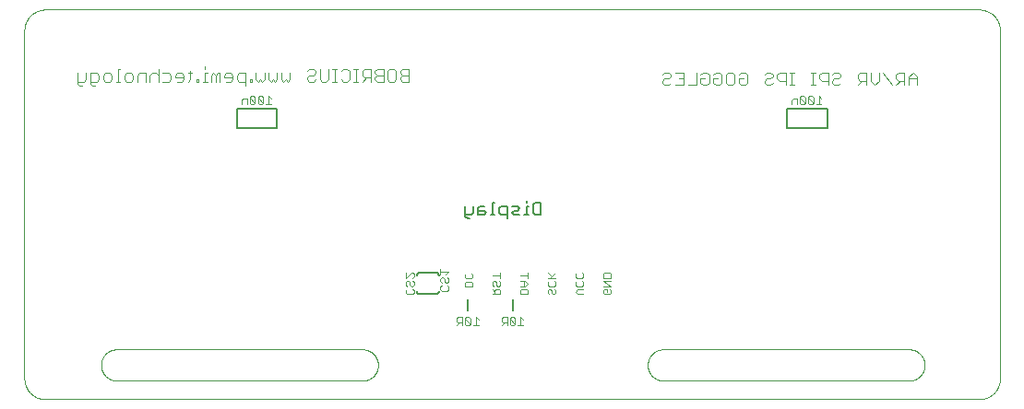
<source format=gbo>
G75*
%MOIN*%
%OFA0B0*%
%FSLAX25Y25*%
%IPPOS*%
%LPD*%
%AMOC8*
5,1,8,0,0,1.08239X$1,22.5*
%
%ADD10C,0.00400*%
%ADD11C,0.00300*%
%ADD12C,0.00800*%
%ADD13C,0.00000*%
%ADD14C,0.00591*%
D10*
X0037784Y0122215D02*
X0038551Y0122215D01*
X0037784Y0122215D02*
X0037016Y0122983D01*
X0037016Y0126819D01*
X0040086Y0126819D02*
X0040086Y0124517D01*
X0039318Y0123750D01*
X0037016Y0123750D01*
X0041620Y0123750D02*
X0043922Y0123750D01*
X0044690Y0124517D01*
X0044690Y0126052D01*
X0043922Y0126819D01*
X0041620Y0126819D01*
X0041620Y0122983D01*
X0042388Y0122215D01*
X0043155Y0122215D01*
X0046224Y0124517D02*
X0046992Y0123750D01*
X0048526Y0123750D01*
X0049294Y0124517D01*
X0049294Y0126052D01*
X0048526Y0126819D01*
X0046992Y0126819D01*
X0046224Y0126052D01*
X0046224Y0124517D01*
X0050828Y0123750D02*
X0052363Y0123750D01*
X0051596Y0123750D02*
X0051596Y0128354D01*
X0052363Y0128354D01*
X0054665Y0126819D02*
X0056199Y0126819D01*
X0056967Y0126052D01*
X0056967Y0124517D01*
X0056199Y0123750D01*
X0054665Y0123750D01*
X0053898Y0124517D01*
X0053898Y0126052D01*
X0054665Y0126819D01*
X0058501Y0126052D02*
X0058501Y0123750D01*
X0061571Y0123750D02*
X0061571Y0126819D01*
X0059269Y0126819D01*
X0058501Y0126052D01*
X0063105Y0126052D02*
X0063105Y0123750D01*
X0066175Y0123750D02*
X0066175Y0128354D01*
X0065407Y0126819D02*
X0063873Y0126819D01*
X0063105Y0126052D01*
X0065407Y0126819D02*
X0066175Y0126052D01*
X0067709Y0126819D02*
X0070011Y0126819D01*
X0070779Y0126052D01*
X0070779Y0124517D01*
X0070011Y0123750D01*
X0067709Y0123750D01*
X0072313Y0125285D02*
X0075382Y0125285D01*
X0075382Y0126052D02*
X0075382Y0124517D01*
X0074615Y0123750D01*
X0073081Y0123750D01*
X0072313Y0125285D02*
X0072313Y0126052D01*
X0073081Y0126819D01*
X0074615Y0126819D01*
X0075382Y0126052D01*
X0076917Y0126819D02*
X0078452Y0126819D01*
X0077684Y0127587D02*
X0077684Y0124517D01*
X0076917Y0123750D01*
X0079986Y0123750D02*
X0080754Y0123750D01*
X0080754Y0124517D01*
X0079986Y0124517D01*
X0079986Y0123750D01*
X0082288Y0123750D02*
X0083823Y0123750D01*
X0083056Y0123750D02*
X0083056Y0126819D01*
X0083823Y0126819D01*
X0085358Y0126052D02*
X0085358Y0123750D01*
X0086892Y0123750D02*
X0086892Y0126052D01*
X0086125Y0126819D01*
X0085358Y0126052D01*
X0086892Y0126052D02*
X0087660Y0126819D01*
X0088427Y0126819D01*
X0088427Y0123750D01*
X0089962Y0125285D02*
X0093031Y0125285D01*
X0093031Y0126052D02*
X0093031Y0124517D01*
X0092264Y0123750D01*
X0090729Y0123750D01*
X0089962Y0125285D02*
X0089962Y0126052D01*
X0090729Y0126819D01*
X0092264Y0126819D01*
X0093031Y0126052D01*
X0094566Y0126052D02*
X0094566Y0124517D01*
X0095333Y0123750D01*
X0097635Y0123750D01*
X0099169Y0123750D02*
X0099937Y0123750D01*
X0099937Y0124517D01*
X0099169Y0124517D01*
X0099169Y0123750D01*
X0097635Y0122215D02*
X0097635Y0126819D01*
X0095333Y0126819D01*
X0094566Y0126052D01*
X0101471Y0126819D02*
X0101471Y0124517D01*
X0102239Y0123750D01*
X0103006Y0124517D01*
X0103773Y0123750D01*
X0104541Y0124517D01*
X0104541Y0126819D01*
X0106075Y0126819D02*
X0106075Y0124517D01*
X0106843Y0123750D01*
X0107610Y0124517D01*
X0108377Y0123750D01*
X0109145Y0124517D01*
X0109145Y0126819D01*
X0110679Y0126819D02*
X0110679Y0124517D01*
X0111447Y0123750D01*
X0112214Y0124517D01*
X0112981Y0123750D01*
X0113749Y0124517D01*
X0113749Y0126819D01*
X0119887Y0127587D02*
X0120654Y0128354D01*
X0122189Y0128354D01*
X0122956Y0127587D01*
X0122956Y0126819D01*
X0122189Y0126052D01*
X0120654Y0126052D01*
X0119887Y0125285D01*
X0119887Y0124517D01*
X0120654Y0123750D01*
X0122189Y0123750D01*
X0122956Y0124517D01*
X0124491Y0124517D02*
X0124491Y0128354D01*
X0127560Y0128354D02*
X0127560Y0124517D01*
X0126793Y0123750D01*
X0125258Y0123750D01*
X0124491Y0124517D01*
X0129095Y0123750D02*
X0130630Y0123750D01*
X0129862Y0123750D02*
X0129862Y0128354D01*
X0129095Y0128354D02*
X0130630Y0128354D01*
X0132164Y0127587D02*
X0132932Y0128354D01*
X0134466Y0128354D01*
X0135233Y0127587D01*
X0135233Y0124517D01*
X0134466Y0123750D01*
X0132932Y0123750D01*
X0132164Y0124517D01*
X0136768Y0123750D02*
X0138303Y0123750D01*
X0137535Y0123750D02*
X0137535Y0128354D01*
X0136768Y0128354D02*
X0138303Y0128354D01*
X0139837Y0127587D02*
X0139837Y0126052D01*
X0140605Y0125285D01*
X0142907Y0125285D01*
X0144441Y0125285D02*
X0144441Y0124517D01*
X0145209Y0123750D01*
X0147511Y0123750D01*
X0147511Y0128354D01*
X0145209Y0128354D01*
X0144441Y0127587D01*
X0144441Y0126819D01*
X0145209Y0126052D01*
X0147511Y0126052D01*
X0149045Y0124517D02*
X0149045Y0127587D01*
X0149813Y0128354D01*
X0151347Y0128354D01*
X0152115Y0127587D01*
X0152115Y0124517D01*
X0151347Y0123750D01*
X0149813Y0123750D01*
X0149045Y0124517D01*
X0145209Y0126052D02*
X0144441Y0125285D01*
X0142907Y0123750D02*
X0142907Y0128354D01*
X0140605Y0128354D01*
X0139837Y0127587D01*
X0141372Y0125285D02*
X0139837Y0123750D01*
X0153649Y0124517D02*
X0154417Y0123750D01*
X0156718Y0123750D01*
X0156718Y0128354D01*
X0154417Y0128354D01*
X0153649Y0127587D01*
X0153649Y0126819D01*
X0154417Y0126052D01*
X0156718Y0126052D01*
X0154417Y0126052D02*
X0153649Y0125285D01*
X0153649Y0124517D01*
X0083056Y0128354D02*
X0083056Y0129121D01*
X0248328Y0126337D02*
X0249096Y0127104D01*
X0250630Y0127104D01*
X0251397Y0126337D01*
X0251397Y0125569D01*
X0250630Y0124802D01*
X0249096Y0124802D01*
X0248328Y0124035D01*
X0248328Y0123267D01*
X0249096Y0122500D01*
X0250630Y0122500D01*
X0251397Y0123267D01*
X0252932Y0122500D02*
X0256001Y0122500D01*
X0256001Y0127104D01*
X0252932Y0127104D01*
X0254467Y0124802D02*
X0256001Y0124802D01*
X0260605Y0127104D02*
X0260605Y0122500D01*
X0257536Y0122500D01*
X0262140Y0123267D02*
X0262140Y0124802D01*
X0263675Y0124802D01*
X0265209Y0126337D02*
X0264442Y0127104D01*
X0262907Y0127104D01*
X0262140Y0126337D01*
X0265209Y0126337D02*
X0265209Y0123267D01*
X0264442Y0122500D01*
X0262907Y0122500D01*
X0262140Y0123267D01*
X0266744Y0123267D02*
X0267511Y0122500D01*
X0269046Y0122500D01*
X0269813Y0123267D01*
X0269813Y0126337D01*
X0269046Y0127104D01*
X0267511Y0127104D01*
X0266744Y0126337D01*
X0266744Y0124802D02*
X0268279Y0124802D01*
X0266744Y0124802D02*
X0266744Y0123267D01*
X0271348Y0123267D02*
X0272115Y0122500D01*
X0273650Y0122500D01*
X0274417Y0123267D01*
X0274417Y0126337D01*
X0273650Y0127104D01*
X0272115Y0127104D01*
X0271348Y0126337D01*
X0271348Y0123267D01*
X0275952Y0123267D02*
X0275952Y0124802D01*
X0277486Y0124802D01*
X0275952Y0126337D02*
X0276719Y0127104D01*
X0278254Y0127104D01*
X0279021Y0126337D01*
X0279021Y0123267D01*
X0278254Y0122500D01*
X0276719Y0122500D01*
X0275952Y0123267D01*
X0285160Y0123267D02*
X0285927Y0122500D01*
X0287462Y0122500D01*
X0288229Y0123267D01*
X0287462Y0124802D02*
X0285927Y0124802D01*
X0285160Y0124035D01*
X0285160Y0123267D01*
X0287462Y0124802D02*
X0288229Y0125569D01*
X0288229Y0126337D01*
X0287462Y0127104D01*
X0285927Y0127104D01*
X0285160Y0126337D01*
X0289764Y0126337D02*
X0289764Y0124802D01*
X0290531Y0124035D01*
X0292833Y0124035D01*
X0292833Y0122500D02*
X0292833Y0127104D01*
X0290531Y0127104D01*
X0289764Y0126337D01*
X0294367Y0127104D02*
X0295902Y0127104D01*
X0295135Y0127104D02*
X0295135Y0122500D01*
X0295902Y0122500D02*
X0294367Y0122500D01*
X0302041Y0122500D02*
X0303575Y0122500D01*
X0302808Y0122500D02*
X0302808Y0127104D01*
X0303575Y0127104D02*
X0302041Y0127104D01*
X0305110Y0126337D02*
X0305110Y0124802D01*
X0305877Y0124035D01*
X0308179Y0124035D01*
X0309714Y0124035D02*
X0309714Y0123267D01*
X0310481Y0122500D01*
X0312016Y0122500D01*
X0312783Y0123267D01*
X0312016Y0124802D02*
X0310481Y0124802D01*
X0309714Y0124035D01*
X0308179Y0122500D02*
X0308179Y0127104D01*
X0305877Y0127104D01*
X0305110Y0126337D01*
X0309714Y0126337D02*
X0310481Y0127104D01*
X0312016Y0127104D01*
X0312783Y0126337D01*
X0312783Y0125569D01*
X0312016Y0124802D01*
X0318922Y0124802D02*
X0319689Y0124035D01*
X0321991Y0124035D01*
X0323526Y0124035D02*
X0325060Y0122500D01*
X0326595Y0124035D01*
X0326595Y0127104D01*
X0328130Y0127104D02*
X0331199Y0122500D01*
X0332733Y0122500D02*
X0334268Y0124035D01*
X0333501Y0124035D02*
X0335803Y0124035D01*
X0335803Y0122500D02*
X0335803Y0127104D01*
X0333501Y0127104D01*
X0332733Y0126337D01*
X0332733Y0124802D01*
X0333501Y0124035D01*
X0337337Y0124802D02*
X0340407Y0124802D01*
X0340407Y0125569D02*
X0338872Y0127104D01*
X0337337Y0125569D01*
X0337337Y0122500D01*
X0340407Y0122500D02*
X0340407Y0125569D01*
X0323526Y0124035D02*
X0323526Y0127104D01*
X0321991Y0127104D02*
X0319689Y0127104D01*
X0318922Y0126337D01*
X0318922Y0124802D01*
X0320456Y0124035D02*
X0318922Y0122500D01*
X0321991Y0122500D02*
X0321991Y0127104D01*
D11*
X0305793Y0117535D02*
X0304826Y0118502D01*
X0304826Y0115600D01*
X0305793Y0115600D02*
X0303858Y0115600D01*
X0302847Y0116084D02*
X0300912Y0118019D01*
X0300912Y0116084D01*
X0301395Y0115600D01*
X0302363Y0115600D01*
X0302847Y0116084D01*
X0302847Y0118019D01*
X0302363Y0118502D01*
X0301395Y0118502D01*
X0300912Y0118019D01*
X0299900Y0118019D02*
X0299416Y0118502D01*
X0298449Y0118502D01*
X0297965Y0118019D01*
X0299900Y0116084D01*
X0299416Y0115600D01*
X0298449Y0115600D01*
X0297965Y0116084D01*
X0297965Y0118019D01*
X0296953Y0117535D02*
X0295502Y0117535D01*
X0295019Y0117051D01*
X0295019Y0115600D01*
X0296953Y0115600D02*
X0296953Y0117535D01*
X0299900Y0118019D02*
X0299900Y0116084D01*
X0168100Y0055858D02*
X0168100Y0053923D01*
X0168100Y0054891D02*
X0171002Y0054891D01*
X0170035Y0053923D01*
X0170519Y0052912D02*
X0171002Y0052428D01*
X0171002Y0051460D01*
X0170519Y0050977D01*
X0170035Y0050977D01*
X0169551Y0051460D01*
X0169551Y0052428D01*
X0169067Y0052912D01*
X0168584Y0052912D01*
X0168100Y0052428D01*
X0168100Y0051460D01*
X0168584Y0050977D01*
X0168584Y0049965D02*
X0168100Y0049481D01*
X0168100Y0048514D01*
X0168584Y0048030D01*
X0170519Y0048030D01*
X0171002Y0048514D01*
X0171002Y0049481D01*
X0170519Y0049965D01*
X0176850Y0049503D02*
X0176850Y0050955D01*
X0177334Y0051438D01*
X0179269Y0051438D01*
X0179752Y0050955D01*
X0179752Y0049503D01*
X0176850Y0049503D01*
X0177334Y0052450D02*
X0176850Y0052934D01*
X0176850Y0053901D01*
X0177334Y0054385D01*
X0179269Y0054385D02*
X0179752Y0053901D01*
X0179752Y0052934D01*
X0179269Y0052450D01*
X0177334Y0052450D01*
X0186850Y0053641D02*
X0189752Y0053641D01*
X0189752Y0054608D02*
X0189752Y0052673D01*
X0189269Y0051662D02*
X0189752Y0051178D01*
X0189752Y0050210D01*
X0189269Y0049727D01*
X0188785Y0049727D01*
X0188301Y0050210D01*
X0188301Y0051178D01*
X0187817Y0051662D01*
X0187334Y0051662D01*
X0186850Y0051178D01*
X0186850Y0050210D01*
X0187334Y0049727D01*
X0186850Y0048715D02*
X0187817Y0047748D01*
X0187817Y0048231D02*
X0187817Y0046780D01*
X0186850Y0046780D02*
X0189752Y0046780D01*
X0189752Y0048231D01*
X0189269Y0048715D01*
X0188301Y0048715D01*
X0187817Y0048231D01*
X0196850Y0048231D02*
X0196850Y0046780D01*
X0199752Y0046780D01*
X0199752Y0048231D01*
X0199269Y0048715D01*
X0197334Y0048715D01*
X0196850Y0048231D01*
X0196850Y0049727D02*
X0198785Y0049727D01*
X0199752Y0050694D01*
X0198785Y0051662D01*
X0196850Y0051662D01*
X0198301Y0051662D02*
X0198301Y0049727D01*
X0199752Y0052673D02*
X0199752Y0054608D01*
X0199752Y0053641D02*
X0196850Y0053641D01*
X0206850Y0054608D02*
X0208301Y0053157D01*
X0207817Y0052673D02*
X0209752Y0054608D01*
X0209752Y0052673D02*
X0206850Y0052673D01*
X0207334Y0051662D02*
X0206850Y0051178D01*
X0206850Y0050210D01*
X0207334Y0049727D01*
X0209269Y0049727D01*
X0209752Y0050210D01*
X0209752Y0051178D01*
X0209269Y0051662D01*
X0209269Y0048715D02*
X0209752Y0048231D01*
X0209752Y0047264D01*
X0209269Y0046780D01*
X0208785Y0046780D01*
X0208301Y0047264D01*
X0208301Y0048231D01*
X0207817Y0048715D01*
X0207334Y0048715D01*
X0206850Y0048231D01*
X0206850Y0047264D01*
X0207334Y0046780D01*
X0216850Y0047748D02*
X0217817Y0046780D01*
X0219752Y0046780D01*
X0219752Y0048715D02*
X0217817Y0048715D01*
X0216850Y0047748D01*
X0217334Y0049727D02*
X0216850Y0050210D01*
X0216850Y0051178D01*
X0217334Y0051662D01*
X0217334Y0052673D02*
X0216850Y0053157D01*
X0216850Y0054124D01*
X0217334Y0054608D01*
X0219269Y0054608D02*
X0219752Y0054124D01*
X0219752Y0053157D01*
X0219269Y0052673D01*
X0217334Y0052673D01*
X0219269Y0051662D02*
X0219752Y0051178D01*
X0219752Y0050210D01*
X0219269Y0049727D01*
X0217334Y0049727D01*
X0226850Y0049727D02*
X0229752Y0049727D01*
X0226850Y0051662D01*
X0229752Y0051662D01*
X0229752Y0052673D02*
X0229752Y0054124D01*
X0229269Y0054608D01*
X0227334Y0054608D01*
X0226850Y0054124D01*
X0226850Y0052673D01*
X0229752Y0052673D01*
X0229269Y0048715D02*
X0229752Y0048231D01*
X0229752Y0047264D01*
X0229269Y0046780D01*
X0227334Y0046780D01*
X0226850Y0047264D01*
X0226850Y0048231D01*
X0227334Y0048715D01*
X0228301Y0048715D01*
X0228301Y0047748D01*
X0198070Y0037535D02*
X0197102Y0038502D01*
X0197102Y0035600D01*
X0196135Y0035600D02*
X0198070Y0035600D01*
X0195123Y0036084D02*
X0193188Y0038019D01*
X0193188Y0036084D01*
X0193672Y0035600D01*
X0194640Y0035600D01*
X0195123Y0036084D01*
X0195123Y0038019D01*
X0194640Y0038502D01*
X0193672Y0038502D01*
X0193188Y0038019D01*
X0192177Y0038502D02*
X0190726Y0038502D01*
X0190242Y0038019D01*
X0190242Y0037051D01*
X0190726Y0036567D01*
X0192177Y0036567D01*
X0192177Y0035600D02*
X0192177Y0038502D01*
X0191209Y0036567D02*
X0190242Y0035600D01*
X0181820Y0035600D02*
X0179885Y0035600D01*
X0180852Y0035600D02*
X0180852Y0038502D01*
X0181820Y0037535D01*
X0178873Y0038019D02*
X0178873Y0036084D01*
X0176938Y0038019D01*
X0176938Y0036084D01*
X0177422Y0035600D01*
X0178390Y0035600D01*
X0178873Y0036084D01*
X0178873Y0038019D02*
X0178390Y0038502D01*
X0177422Y0038502D01*
X0176938Y0038019D01*
X0175927Y0038502D02*
X0175927Y0035600D01*
X0175927Y0036567D02*
X0174476Y0036567D01*
X0173992Y0037051D01*
X0173992Y0038019D01*
X0174476Y0038502D01*
X0175927Y0038502D01*
X0174959Y0036567D02*
X0173992Y0035600D01*
X0158502Y0047264D02*
X0158019Y0046780D01*
X0156084Y0046780D01*
X0155600Y0047264D01*
X0155600Y0048231D01*
X0156084Y0048715D01*
X0156084Y0049727D02*
X0155600Y0050210D01*
X0155600Y0051178D01*
X0156084Y0051662D01*
X0156567Y0051662D01*
X0157051Y0051178D01*
X0157051Y0050210D01*
X0157535Y0049727D01*
X0158019Y0049727D01*
X0158502Y0050210D01*
X0158502Y0051178D01*
X0158019Y0051662D01*
X0158019Y0052673D02*
X0158502Y0053157D01*
X0158502Y0054124D01*
X0158019Y0054608D01*
X0157535Y0054608D01*
X0155600Y0052673D01*
X0155600Y0054608D01*
X0158019Y0048715D02*
X0158502Y0048231D01*
X0158502Y0047264D01*
X0107043Y0115600D02*
X0105108Y0115600D01*
X0106076Y0115600D02*
X0106076Y0118502D01*
X0107043Y0117535D01*
X0104097Y0118019D02*
X0103613Y0118502D01*
X0102645Y0118502D01*
X0102162Y0118019D01*
X0104097Y0116084D01*
X0103613Y0115600D01*
X0102645Y0115600D01*
X0102162Y0116084D01*
X0102162Y0118019D01*
X0101150Y0118019D02*
X0100666Y0118502D01*
X0099699Y0118502D01*
X0099215Y0118019D01*
X0101150Y0116084D01*
X0100666Y0115600D01*
X0099699Y0115600D01*
X0099215Y0116084D01*
X0099215Y0118019D01*
X0098203Y0117535D02*
X0096752Y0117535D01*
X0096269Y0117051D01*
X0096269Y0115600D01*
X0098203Y0115600D02*
X0098203Y0117535D01*
X0101150Y0118019D02*
X0101150Y0116084D01*
X0104097Y0116084D02*
X0104097Y0118019D01*
D12*
X0186897Y0079904D02*
X0186897Y0075700D01*
X0186197Y0075700D02*
X0187598Y0075700D01*
X0189400Y0076401D02*
X0189400Y0077802D01*
X0190100Y0078502D01*
X0192202Y0078502D01*
X0192202Y0074299D01*
X0192202Y0075700D02*
X0190100Y0075700D01*
X0189400Y0076401D01*
X0194004Y0076401D02*
X0194704Y0077101D01*
X0196105Y0077101D01*
X0196806Y0077802D01*
X0196105Y0078502D01*
X0194004Y0078502D01*
X0199175Y0078502D02*
X0199175Y0075700D01*
X0199875Y0075700D02*
X0198474Y0075700D01*
X0196806Y0075700D02*
X0194704Y0075700D01*
X0194004Y0076401D01*
X0199175Y0078502D02*
X0199875Y0078502D01*
X0199175Y0079904D02*
X0199175Y0080604D01*
X0201677Y0079203D02*
X0202377Y0079904D01*
X0204479Y0079904D01*
X0204479Y0075700D01*
X0202377Y0075700D01*
X0201677Y0076401D01*
X0201677Y0079203D01*
X0187598Y0079904D02*
X0186897Y0079904D01*
X0183828Y0078502D02*
X0182427Y0078502D01*
X0181726Y0077802D01*
X0181726Y0075700D01*
X0183828Y0075700D01*
X0184529Y0076401D01*
X0183828Y0077101D01*
X0181726Y0077101D01*
X0179925Y0076401D02*
X0179224Y0075700D01*
X0177122Y0075700D01*
X0177122Y0074999D02*
X0177823Y0074299D01*
X0178524Y0074299D01*
X0177122Y0074999D02*
X0177122Y0078502D01*
X0179925Y0078502D02*
X0179925Y0076401D01*
X0166700Y0054737D02*
X0160400Y0054737D01*
X0160401Y0054737D02*
X0160342Y0054723D01*
X0160283Y0054706D01*
X0160226Y0054685D01*
X0160171Y0054661D01*
X0160117Y0054634D01*
X0160064Y0054603D01*
X0160014Y0054569D01*
X0159966Y0054533D01*
X0159920Y0054493D01*
X0159876Y0054451D01*
X0159836Y0054406D01*
X0159798Y0054359D01*
X0159762Y0054309D01*
X0159730Y0054258D01*
X0159701Y0054205D01*
X0159676Y0054150D01*
X0159654Y0054093D01*
X0159635Y0054036D01*
X0159619Y0053977D01*
X0159608Y0053918D01*
X0159599Y0053858D01*
X0159595Y0053797D01*
X0159594Y0053737D01*
X0159597Y0053676D01*
X0159603Y0053616D01*
X0159614Y0053556D01*
X0166699Y0054737D02*
X0166758Y0054723D01*
X0166817Y0054706D01*
X0166874Y0054685D01*
X0166929Y0054661D01*
X0166983Y0054634D01*
X0167036Y0054603D01*
X0167086Y0054569D01*
X0167134Y0054533D01*
X0167180Y0054493D01*
X0167224Y0054451D01*
X0167264Y0054406D01*
X0167302Y0054359D01*
X0167338Y0054309D01*
X0167370Y0054258D01*
X0167399Y0054205D01*
X0167424Y0054150D01*
X0167446Y0054093D01*
X0167465Y0054036D01*
X0167481Y0053977D01*
X0167492Y0053918D01*
X0167501Y0053858D01*
X0167505Y0053797D01*
X0167506Y0053737D01*
X0167503Y0053676D01*
X0167497Y0053616D01*
X0167486Y0053556D01*
X0167487Y0048044D02*
X0167498Y0047985D01*
X0167504Y0047924D01*
X0167507Y0047864D01*
X0167506Y0047803D01*
X0167502Y0047743D01*
X0167493Y0047683D01*
X0167482Y0047623D01*
X0167466Y0047564D01*
X0167448Y0047507D01*
X0167425Y0047450D01*
X0167400Y0047395D01*
X0167371Y0047342D01*
X0167339Y0047291D01*
X0167303Y0047241D01*
X0167265Y0047194D01*
X0167224Y0047149D01*
X0167181Y0047107D01*
X0167135Y0047067D01*
X0167087Y0047031D01*
X0167036Y0046997D01*
X0166984Y0046966D01*
X0166930Y0046939D01*
X0166874Y0046915D01*
X0166817Y0046894D01*
X0166759Y0046877D01*
X0166700Y0046863D01*
X0160400Y0046863D01*
X0160401Y0046863D02*
X0160342Y0046877D01*
X0160283Y0046894D01*
X0160226Y0046915D01*
X0160171Y0046939D01*
X0160117Y0046966D01*
X0160064Y0046997D01*
X0160014Y0047031D01*
X0159966Y0047067D01*
X0159920Y0047107D01*
X0159876Y0047149D01*
X0159836Y0047194D01*
X0159798Y0047241D01*
X0159762Y0047291D01*
X0159730Y0047342D01*
X0159701Y0047395D01*
X0159676Y0047450D01*
X0159654Y0047507D01*
X0159635Y0047564D01*
X0159619Y0047623D01*
X0159608Y0047682D01*
X0159599Y0047742D01*
X0159595Y0047803D01*
X0159594Y0047863D01*
X0159597Y0047924D01*
X0159603Y0047984D01*
X0159614Y0048044D01*
X0178050Y0045050D02*
X0178050Y0041050D01*
X0194300Y0041050D02*
X0194300Y0045050D01*
D13*
X0362800Y0008800D02*
X0025300Y0008800D01*
X0025119Y0008802D01*
X0024938Y0008809D01*
X0024757Y0008820D01*
X0024576Y0008835D01*
X0024396Y0008855D01*
X0024216Y0008879D01*
X0024037Y0008907D01*
X0023859Y0008940D01*
X0023682Y0008977D01*
X0023505Y0009018D01*
X0023330Y0009063D01*
X0023155Y0009113D01*
X0022982Y0009167D01*
X0022811Y0009225D01*
X0022640Y0009287D01*
X0022472Y0009354D01*
X0022305Y0009424D01*
X0022139Y0009498D01*
X0021976Y0009577D01*
X0021815Y0009659D01*
X0021655Y0009745D01*
X0021498Y0009835D01*
X0021343Y0009929D01*
X0021190Y0010026D01*
X0021040Y0010128D01*
X0020892Y0010232D01*
X0020746Y0010341D01*
X0020604Y0010452D01*
X0020464Y0010568D01*
X0020327Y0010686D01*
X0020192Y0010808D01*
X0020061Y0010933D01*
X0019933Y0011061D01*
X0019808Y0011192D01*
X0019686Y0011327D01*
X0019568Y0011464D01*
X0019452Y0011604D01*
X0019341Y0011746D01*
X0019232Y0011892D01*
X0019128Y0012040D01*
X0019026Y0012190D01*
X0018929Y0012343D01*
X0018835Y0012498D01*
X0018745Y0012655D01*
X0018659Y0012815D01*
X0018577Y0012976D01*
X0018498Y0013139D01*
X0018424Y0013305D01*
X0018354Y0013472D01*
X0018287Y0013640D01*
X0018225Y0013811D01*
X0018167Y0013982D01*
X0018113Y0014155D01*
X0018063Y0014330D01*
X0018018Y0014505D01*
X0017977Y0014682D01*
X0017940Y0014859D01*
X0017907Y0015037D01*
X0017879Y0015216D01*
X0017855Y0015396D01*
X0017835Y0015576D01*
X0017820Y0015757D01*
X0017809Y0015938D01*
X0017802Y0016119D01*
X0017800Y0016300D01*
X0017800Y0142300D01*
X0017802Y0142481D01*
X0017809Y0142662D01*
X0017820Y0142843D01*
X0017835Y0143024D01*
X0017855Y0143204D01*
X0017879Y0143384D01*
X0017907Y0143563D01*
X0017940Y0143741D01*
X0017977Y0143918D01*
X0018018Y0144095D01*
X0018063Y0144270D01*
X0018113Y0144445D01*
X0018167Y0144618D01*
X0018225Y0144789D01*
X0018287Y0144960D01*
X0018354Y0145128D01*
X0018424Y0145295D01*
X0018498Y0145461D01*
X0018577Y0145624D01*
X0018659Y0145785D01*
X0018745Y0145945D01*
X0018835Y0146102D01*
X0018929Y0146257D01*
X0019026Y0146410D01*
X0019128Y0146560D01*
X0019232Y0146708D01*
X0019341Y0146854D01*
X0019452Y0146996D01*
X0019568Y0147136D01*
X0019686Y0147273D01*
X0019808Y0147408D01*
X0019933Y0147539D01*
X0020061Y0147667D01*
X0020192Y0147792D01*
X0020327Y0147914D01*
X0020464Y0148032D01*
X0020604Y0148148D01*
X0020746Y0148259D01*
X0020892Y0148368D01*
X0021040Y0148472D01*
X0021190Y0148574D01*
X0021343Y0148671D01*
X0021498Y0148765D01*
X0021655Y0148855D01*
X0021815Y0148941D01*
X0021976Y0149023D01*
X0022139Y0149102D01*
X0022305Y0149176D01*
X0022472Y0149246D01*
X0022640Y0149313D01*
X0022811Y0149375D01*
X0022982Y0149433D01*
X0023155Y0149487D01*
X0023330Y0149537D01*
X0023505Y0149582D01*
X0023682Y0149623D01*
X0023859Y0149660D01*
X0024037Y0149693D01*
X0024216Y0149721D01*
X0024396Y0149745D01*
X0024576Y0149765D01*
X0024757Y0149780D01*
X0024938Y0149791D01*
X0025119Y0149798D01*
X0025300Y0149800D01*
X0362800Y0149800D01*
X0362981Y0149798D01*
X0363162Y0149791D01*
X0363343Y0149780D01*
X0363524Y0149765D01*
X0363704Y0149745D01*
X0363884Y0149721D01*
X0364063Y0149693D01*
X0364241Y0149660D01*
X0364418Y0149623D01*
X0364595Y0149582D01*
X0364770Y0149537D01*
X0364945Y0149487D01*
X0365118Y0149433D01*
X0365289Y0149375D01*
X0365460Y0149313D01*
X0365628Y0149246D01*
X0365795Y0149176D01*
X0365961Y0149102D01*
X0366124Y0149023D01*
X0366285Y0148941D01*
X0366445Y0148855D01*
X0366602Y0148765D01*
X0366757Y0148671D01*
X0366910Y0148574D01*
X0367060Y0148472D01*
X0367208Y0148368D01*
X0367354Y0148259D01*
X0367496Y0148148D01*
X0367636Y0148032D01*
X0367773Y0147914D01*
X0367908Y0147792D01*
X0368039Y0147667D01*
X0368167Y0147539D01*
X0368292Y0147408D01*
X0368414Y0147273D01*
X0368532Y0147136D01*
X0368648Y0146996D01*
X0368759Y0146854D01*
X0368868Y0146708D01*
X0368972Y0146560D01*
X0369074Y0146410D01*
X0369171Y0146257D01*
X0369265Y0146102D01*
X0369355Y0145945D01*
X0369441Y0145785D01*
X0369523Y0145624D01*
X0369602Y0145461D01*
X0369676Y0145295D01*
X0369746Y0145128D01*
X0369813Y0144960D01*
X0369875Y0144789D01*
X0369933Y0144618D01*
X0369987Y0144445D01*
X0370037Y0144270D01*
X0370082Y0144095D01*
X0370123Y0143918D01*
X0370160Y0143741D01*
X0370193Y0143563D01*
X0370221Y0143384D01*
X0370245Y0143204D01*
X0370265Y0143024D01*
X0370280Y0142843D01*
X0370291Y0142662D01*
X0370298Y0142481D01*
X0370300Y0142300D01*
X0370300Y0016300D01*
X0370298Y0016119D01*
X0370291Y0015938D01*
X0370280Y0015757D01*
X0370265Y0015576D01*
X0370245Y0015396D01*
X0370221Y0015216D01*
X0370193Y0015037D01*
X0370160Y0014859D01*
X0370123Y0014682D01*
X0370082Y0014505D01*
X0370037Y0014330D01*
X0369987Y0014155D01*
X0369933Y0013982D01*
X0369875Y0013811D01*
X0369813Y0013640D01*
X0369746Y0013472D01*
X0369676Y0013305D01*
X0369602Y0013139D01*
X0369523Y0012976D01*
X0369441Y0012815D01*
X0369355Y0012655D01*
X0369265Y0012498D01*
X0369171Y0012343D01*
X0369074Y0012190D01*
X0368972Y0012040D01*
X0368868Y0011892D01*
X0368759Y0011746D01*
X0368648Y0011604D01*
X0368532Y0011464D01*
X0368414Y0011327D01*
X0368292Y0011192D01*
X0368167Y0011061D01*
X0368039Y0010933D01*
X0367908Y0010808D01*
X0367773Y0010686D01*
X0367636Y0010568D01*
X0367496Y0010452D01*
X0367354Y0010341D01*
X0367208Y0010232D01*
X0367060Y0010128D01*
X0366910Y0010026D01*
X0366757Y0009929D01*
X0366602Y0009835D01*
X0366445Y0009745D01*
X0366285Y0009659D01*
X0366124Y0009577D01*
X0365961Y0009498D01*
X0365795Y0009424D01*
X0365628Y0009354D01*
X0365460Y0009287D01*
X0365289Y0009225D01*
X0365118Y0009167D01*
X0364945Y0009113D01*
X0364770Y0009063D01*
X0364595Y0009018D01*
X0364418Y0008977D01*
X0364241Y0008940D01*
X0364063Y0008907D01*
X0363884Y0008879D01*
X0363704Y0008855D01*
X0363524Y0008835D01*
X0363343Y0008820D01*
X0363162Y0008809D01*
X0362981Y0008802D01*
X0362800Y0008800D01*
X0338050Y0015550D02*
X0248050Y0015550D01*
X0247902Y0015568D01*
X0247755Y0015590D01*
X0247608Y0015616D01*
X0247463Y0015646D01*
X0247318Y0015680D01*
X0247173Y0015718D01*
X0247030Y0015759D01*
X0246888Y0015804D01*
X0246748Y0015853D01*
X0246609Y0015906D01*
X0246471Y0015962D01*
X0246334Y0016022D01*
X0246199Y0016085D01*
X0246066Y0016152D01*
X0245935Y0016222D01*
X0245806Y0016296D01*
X0245679Y0016373D01*
X0245553Y0016454D01*
X0245430Y0016537D01*
X0245309Y0016624D01*
X0245191Y0016715D01*
X0245075Y0016808D01*
X0244961Y0016904D01*
X0244850Y0017003D01*
X0244741Y0017105D01*
X0244636Y0017210D01*
X0244533Y0017318D01*
X0244433Y0017428D01*
X0244336Y0017541D01*
X0244242Y0017656D01*
X0244151Y0017774D01*
X0244063Y0017894D01*
X0243978Y0018017D01*
X0243897Y0018141D01*
X0243818Y0018268D01*
X0243744Y0018397D01*
X0243672Y0018528D01*
X0243604Y0018660D01*
X0243540Y0018794D01*
X0243479Y0018930D01*
X0243422Y0019068D01*
X0243368Y0019207D01*
X0243318Y0019347D01*
X0243272Y0019489D01*
X0243230Y0019631D01*
X0243191Y0019775D01*
X0243156Y0019920D01*
X0243125Y0020065D01*
X0243098Y0020212D01*
X0243074Y0020359D01*
X0243055Y0020506D01*
X0243039Y0020655D01*
X0243027Y0020803D01*
X0243019Y0020952D01*
X0243015Y0021101D01*
X0243015Y0021249D01*
X0243019Y0021398D01*
X0243027Y0021547D01*
X0243039Y0021695D01*
X0243055Y0021844D01*
X0243074Y0021991D01*
X0243098Y0022138D01*
X0243125Y0022285D01*
X0243156Y0022430D01*
X0243191Y0022575D01*
X0243230Y0022719D01*
X0243272Y0022861D01*
X0243318Y0023003D01*
X0243368Y0023143D01*
X0243422Y0023282D01*
X0243479Y0023420D01*
X0243540Y0023556D01*
X0243604Y0023690D01*
X0243672Y0023822D01*
X0243744Y0023953D01*
X0243818Y0024082D01*
X0243897Y0024209D01*
X0243978Y0024333D01*
X0244063Y0024456D01*
X0244151Y0024576D01*
X0244242Y0024694D01*
X0244336Y0024809D01*
X0244433Y0024922D01*
X0244533Y0025032D01*
X0244636Y0025140D01*
X0244741Y0025245D01*
X0244850Y0025347D01*
X0244961Y0025446D01*
X0245075Y0025542D01*
X0245191Y0025635D01*
X0245309Y0025726D01*
X0245430Y0025813D01*
X0245553Y0025896D01*
X0245679Y0025977D01*
X0245806Y0026054D01*
X0245935Y0026128D01*
X0246066Y0026198D01*
X0246199Y0026265D01*
X0246334Y0026328D01*
X0246471Y0026388D01*
X0246609Y0026444D01*
X0246748Y0026497D01*
X0246888Y0026546D01*
X0247030Y0026591D01*
X0247173Y0026632D01*
X0247318Y0026670D01*
X0247463Y0026704D01*
X0247608Y0026734D01*
X0247755Y0026760D01*
X0247902Y0026782D01*
X0248050Y0026800D01*
X0338050Y0026800D01*
X0338198Y0026782D01*
X0338345Y0026760D01*
X0338492Y0026734D01*
X0338637Y0026704D01*
X0338782Y0026670D01*
X0338927Y0026632D01*
X0339070Y0026591D01*
X0339212Y0026546D01*
X0339352Y0026497D01*
X0339491Y0026444D01*
X0339629Y0026388D01*
X0339766Y0026328D01*
X0339901Y0026265D01*
X0340034Y0026198D01*
X0340165Y0026128D01*
X0340294Y0026054D01*
X0340421Y0025977D01*
X0340547Y0025896D01*
X0340670Y0025813D01*
X0340791Y0025726D01*
X0340909Y0025635D01*
X0341025Y0025542D01*
X0341139Y0025446D01*
X0341250Y0025347D01*
X0341359Y0025245D01*
X0341464Y0025140D01*
X0341567Y0025032D01*
X0341667Y0024922D01*
X0341764Y0024809D01*
X0341858Y0024694D01*
X0341949Y0024576D01*
X0342037Y0024456D01*
X0342122Y0024333D01*
X0342203Y0024209D01*
X0342282Y0024082D01*
X0342356Y0023953D01*
X0342428Y0023822D01*
X0342496Y0023690D01*
X0342560Y0023556D01*
X0342621Y0023420D01*
X0342678Y0023282D01*
X0342732Y0023143D01*
X0342782Y0023003D01*
X0342828Y0022861D01*
X0342870Y0022719D01*
X0342909Y0022575D01*
X0342944Y0022430D01*
X0342975Y0022285D01*
X0343002Y0022138D01*
X0343026Y0021991D01*
X0343045Y0021844D01*
X0343061Y0021695D01*
X0343073Y0021547D01*
X0343081Y0021398D01*
X0343085Y0021249D01*
X0343085Y0021101D01*
X0343081Y0020952D01*
X0343073Y0020803D01*
X0343061Y0020655D01*
X0343045Y0020506D01*
X0343026Y0020359D01*
X0343002Y0020212D01*
X0342975Y0020065D01*
X0342944Y0019920D01*
X0342909Y0019775D01*
X0342870Y0019631D01*
X0342828Y0019489D01*
X0342782Y0019347D01*
X0342732Y0019207D01*
X0342678Y0019068D01*
X0342621Y0018930D01*
X0342560Y0018794D01*
X0342496Y0018660D01*
X0342428Y0018528D01*
X0342356Y0018397D01*
X0342282Y0018268D01*
X0342203Y0018141D01*
X0342122Y0018017D01*
X0342037Y0017894D01*
X0341949Y0017774D01*
X0341858Y0017656D01*
X0341764Y0017541D01*
X0341667Y0017428D01*
X0341567Y0017318D01*
X0341464Y0017210D01*
X0341359Y0017105D01*
X0341250Y0017003D01*
X0341139Y0016904D01*
X0341025Y0016808D01*
X0340909Y0016715D01*
X0340791Y0016624D01*
X0340670Y0016537D01*
X0340547Y0016454D01*
X0340421Y0016373D01*
X0340294Y0016296D01*
X0340165Y0016222D01*
X0340034Y0016152D01*
X0339901Y0016085D01*
X0339766Y0016022D01*
X0339629Y0015962D01*
X0339491Y0015906D01*
X0339352Y0015853D01*
X0339212Y0015804D01*
X0339070Y0015759D01*
X0338927Y0015718D01*
X0338782Y0015680D01*
X0338637Y0015646D01*
X0338492Y0015616D01*
X0338345Y0015590D01*
X0338198Y0015568D01*
X0338050Y0015550D01*
X0140550Y0015550D02*
X0050550Y0015550D01*
X0050402Y0015568D01*
X0050255Y0015590D01*
X0050108Y0015616D01*
X0049963Y0015646D01*
X0049818Y0015680D01*
X0049673Y0015718D01*
X0049530Y0015759D01*
X0049388Y0015804D01*
X0049248Y0015853D01*
X0049109Y0015906D01*
X0048971Y0015962D01*
X0048834Y0016022D01*
X0048699Y0016085D01*
X0048566Y0016152D01*
X0048435Y0016222D01*
X0048306Y0016296D01*
X0048179Y0016373D01*
X0048053Y0016454D01*
X0047930Y0016537D01*
X0047809Y0016624D01*
X0047691Y0016715D01*
X0047575Y0016808D01*
X0047461Y0016904D01*
X0047350Y0017003D01*
X0047241Y0017105D01*
X0047136Y0017210D01*
X0047033Y0017318D01*
X0046933Y0017428D01*
X0046836Y0017541D01*
X0046742Y0017656D01*
X0046651Y0017774D01*
X0046563Y0017894D01*
X0046478Y0018017D01*
X0046397Y0018141D01*
X0046318Y0018268D01*
X0046244Y0018397D01*
X0046172Y0018528D01*
X0046104Y0018660D01*
X0046040Y0018794D01*
X0045979Y0018930D01*
X0045922Y0019068D01*
X0045868Y0019207D01*
X0045818Y0019347D01*
X0045772Y0019489D01*
X0045730Y0019631D01*
X0045691Y0019775D01*
X0045656Y0019920D01*
X0045625Y0020065D01*
X0045598Y0020212D01*
X0045574Y0020359D01*
X0045555Y0020506D01*
X0045539Y0020655D01*
X0045527Y0020803D01*
X0045519Y0020952D01*
X0045515Y0021101D01*
X0045515Y0021249D01*
X0045519Y0021398D01*
X0045527Y0021547D01*
X0045539Y0021695D01*
X0045555Y0021844D01*
X0045574Y0021991D01*
X0045598Y0022138D01*
X0045625Y0022285D01*
X0045656Y0022430D01*
X0045691Y0022575D01*
X0045730Y0022719D01*
X0045772Y0022861D01*
X0045818Y0023003D01*
X0045868Y0023143D01*
X0045922Y0023282D01*
X0045979Y0023420D01*
X0046040Y0023556D01*
X0046104Y0023690D01*
X0046172Y0023822D01*
X0046244Y0023953D01*
X0046318Y0024082D01*
X0046397Y0024209D01*
X0046478Y0024333D01*
X0046563Y0024456D01*
X0046651Y0024576D01*
X0046742Y0024694D01*
X0046836Y0024809D01*
X0046933Y0024922D01*
X0047033Y0025032D01*
X0047136Y0025140D01*
X0047241Y0025245D01*
X0047350Y0025347D01*
X0047461Y0025446D01*
X0047575Y0025542D01*
X0047691Y0025635D01*
X0047809Y0025726D01*
X0047930Y0025813D01*
X0048053Y0025896D01*
X0048179Y0025977D01*
X0048306Y0026054D01*
X0048435Y0026128D01*
X0048566Y0026198D01*
X0048699Y0026265D01*
X0048834Y0026328D01*
X0048971Y0026388D01*
X0049109Y0026444D01*
X0049248Y0026497D01*
X0049388Y0026546D01*
X0049530Y0026591D01*
X0049673Y0026632D01*
X0049818Y0026670D01*
X0049963Y0026704D01*
X0050108Y0026734D01*
X0050255Y0026760D01*
X0050402Y0026782D01*
X0050550Y0026800D01*
X0140550Y0026800D01*
X0140698Y0026782D01*
X0140845Y0026760D01*
X0140992Y0026734D01*
X0141137Y0026704D01*
X0141282Y0026670D01*
X0141427Y0026632D01*
X0141570Y0026591D01*
X0141712Y0026546D01*
X0141852Y0026497D01*
X0141991Y0026444D01*
X0142129Y0026388D01*
X0142266Y0026328D01*
X0142401Y0026265D01*
X0142534Y0026198D01*
X0142665Y0026128D01*
X0142794Y0026054D01*
X0142921Y0025977D01*
X0143047Y0025896D01*
X0143170Y0025813D01*
X0143291Y0025726D01*
X0143409Y0025635D01*
X0143525Y0025542D01*
X0143639Y0025446D01*
X0143750Y0025347D01*
X0143859Y0025245D01*
X0143964Y0025140D01*
X0144067Y0025032D01*
X0144167Y0024922D01*
X0144264Y0024809D01*
X0144358Y0024694D01*
X0144449Y0024576D01*
X0144537Y0024456D01*
X0144622Y0024333D01*
X0144703Y0024209D01*
X0144782Y0024082D01*
X0144856Y0023953D01*
X0144928Y0023822D01*
X0144996Y0023690D01*
X0145060Y0023556D01*
X0145121Y0023420D01*
X0145178Y0023282D01*
X0145232Y0023143D01*
X0145282Y0023003D01*
X0145328Y0022861D01*
X0145370Y0022719D01*
X0145409Y0022575D01*
X0145444Y0022430D01*
X0145475Y0022285D01*
X0145502Y0022138D01*
X0145526Y0021991D01*
X0145545Y0021844D01*
X0145561Y0021695D01*
X0145573Y0021547D01*
X0145581Y0021398D01*
X0145585Y0021249D01*
X0145585Y0021101D01*
X0145581Y0020952D01*
X0145573Y0020803D01*
X0145561Y0020655D01*
X0145545Y0020506D01*
X0145526Y0020359D01*
X0145502Y0020212D01*
X0145475Y0020065D01*
X0145444Y0019920D01*
X0145409Y0019775D01*
X0145370Y0019631D01*
X0145328Y0019489D01*
X0145282Y0019347D01*
X0145232Y0019207D01*
X0145178Y0019068D01*
X0145121Y0018930D01*
X0145060Y0018794D01*
X0144996Y0018660D01*
X0144928Y0018528D01*
X0144856Y0018397D01*
X0144782Y0018268D01*
X0144703Y0018141D01*
X0144622Y0018017D01*
X0144537Y0017894D01*
X0144449Y0017774D01*
X0144358Y0017656D01*
X0144264Y0017541D01*
X0144167Y0017428D01*
X0144067Y0017318D01*
X0143964Y0017210D01*
X0143859Y0017105D01*
X0143750Y0017003D01*
X0143639Y0016904D01*
X0143525Y0016808D01*
X0143409Y0016715D01*
X0143291Y0016624D01*
X0143170Y0016537D01*
X0143047Y0016454D01*
X0142921Y0016373D01*
X0142794Y0016296D01*
X0142665Y0016222D01*
X0142534Y0016152D01*
X0142401Y0016085D01*
X0142266Y0016022D01*
X0142129Y0015962D01*
X0141991Y0015906D01*
X0141852Y0015853D01*
X0141712Y0015804D01*
X0141570Y0015759D01*
X0141427Y0015718D01*
X0141282Y0015680D01*
X0141137Y0015646D01*
X0140992Y0015616D01*
X0140845Y0015590D01*
X0140698Y0015568D01*
X0140550Y0015550D01*
D14*
X0109100Y0107050D02*
X0094500Y0107050D01*
X0094500Y0114050D01*
X0109100Y0114050D01*
X0109100Y0107050D01*
X0293250Y0107050D02*
X0293250Y0114050D01*
X0307850Y0114050D01*
X0307850Y0107050D01*
X0293250Y0107050D01*
M02*

</source>
